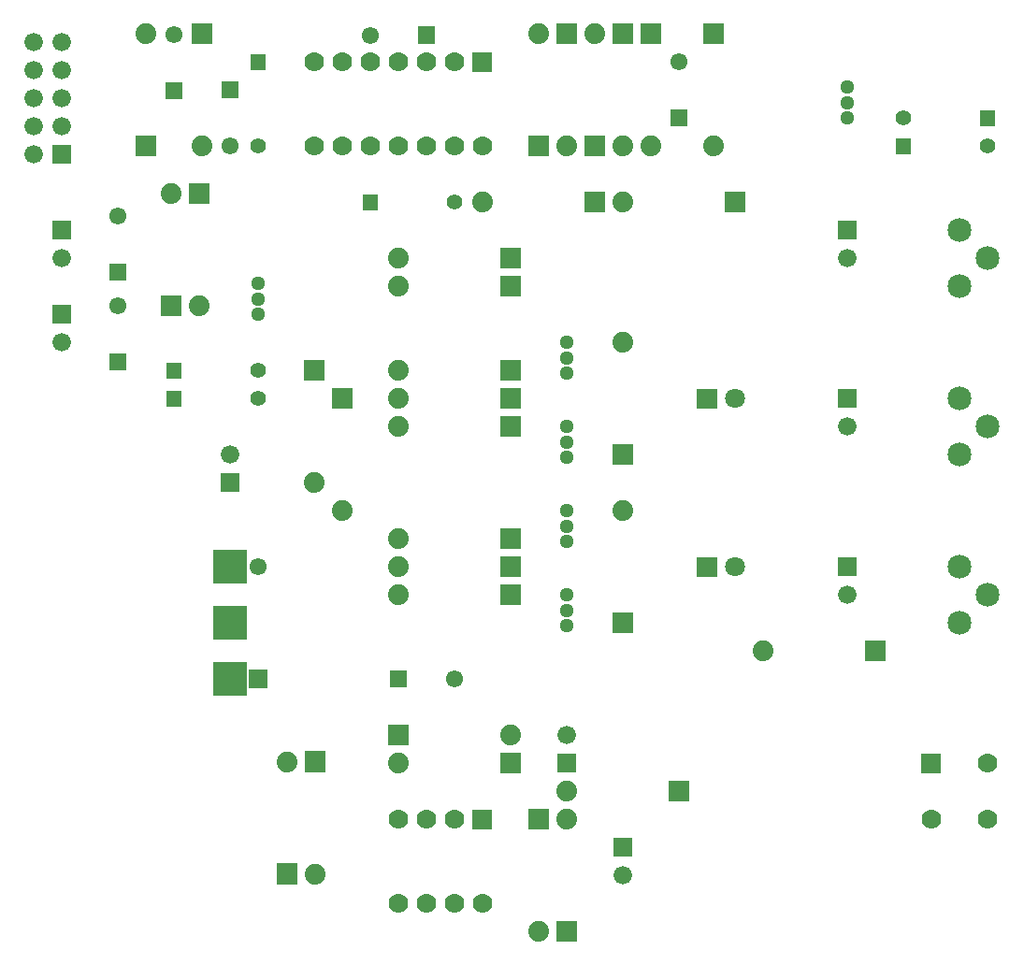
<source format=gbr>
G04 start of page 7 for group -4062 idx -4062 *
G04 Title: (unknown), soldermask *
G04 Creator: pcb 20110918 *
G04 CreationDate: Wed 26 Feb 2014 06:05:46 GMT UTC *
G04 For: ksarkies *
G04 Format: Gerber/RS-274X *
G04 PCB-Dimensions: 390000 390000 *
G04 PCB-Coordinate-Origin: lower left *
%MOIN*%
%FSLAX25Y25*%
%LNBOTTOMMASK*%
%ADD90C,0.0560*%
%ADD89C,0.0710*%
%ADD88C,0.0510*%
%ADD87C,0.0700*%
%ADD86C,0.0610*%
%ADD85C,0.0850*%
%ADD84C,0.0660*%
%ADD83C,0.0740*%
%ADD82C,0.0001*%
G54D82*G36*
X326300Y133700D02*Y126300D01*
X333700D01*
Y133700D01*
X326300D01*
G37*
G54D83*X290000Y130000D03*
G54D82*G36*
X236300Y143700D02*Y136300D01*
X243700D01*
Y143700D01*
X236300D01*
G37*
G36*
X316700Y163300D02*Y156700D01*
X323300D01*
Y163300D01*
X316700D01*
G37*
G54D84*X320000Y150000D03*
G54D85*X360000Y160000D03*
X370000Y150000D03*
X360000Y140000D03*
G54D83*X160000Y170000D03*
Y150000D03*
Y90000D03*
G54D82*G36*
X156300Y103700D02*Y96300D01*
X163700D01*
Y103700D01*
X156300D01*
G37*
G36*
X156950Y123050D02*Y116950D01*
X163050D01*
Y123050D01*
X156950D01*
G37*
G36*
X196300Y153700D02*Y146300D01*
X203700D01*
Y153700D01*
X196300D01*
G37*
G54D86*X180000Y120000D03*
G54D82*G36*
X196300Y93700D02*Y86300D01*
X203700D01*
Y93700D01*
X196300D01*
G37*
G36*
X186500Y73500D02*Y66500D01*
X193500D01*
Y73500D01*
X186500D01*
G37*
G54D83*X200000Y100000D03*
G54D87*X160000Y70000D03*
G54D82*G36*
X126590Y94270D02*Y86870D01*
X133990D01*
Y94270D01*
X126590D01*
G37*
G54D83*X120290Y90570D03*
G54D87*X160000Y40000D03*
G54D83*X130290Y50570D03*
G54D82*G36*
X116590Y54270D02*Y46870D01*
X123990D01*
Y54270D01*
X116590D01*
G37*
G54D83*X210000Y30000D03*
G54D87*X180000Y70000D03*
X170000D03*
Y40000D03*
X180000D03*
X190000D03*
G54D82*G36*
X216300Y33700D02*Y26300D01*
X223700D01*
Y33700D01*
X216300D01*
G37*
G54D83*X220000Y70000D03*
G54D82*G36*
X236700Y63300D02*Y56700D01*
X243300D01*
Y63300D01*
X236700D01*
G37*
G36*
X256300Y83700D02*Y76300D01*
X263700D01*
Y83700D01*
X256300D01*
G37*
G54D84*X240000Y50000D03*
G54D82*G36*
X206300Y73700D02*Y66300D01*
X213700D01*
Y73700D01*
X206300D01*
G37*
G36*
X216700Y93300D02*Y86700D01*
X223300D01*
Y93300D01*
X216700D01*
G37*
G54D84*X220000Y100000D03*
G54D83*Y80000D03*
G54D82*G36*
X346500Y93500D02*Y86500D01*
X353500D01*
Y93500D01*
X346500D01*
G37*
G54D87*X350000Y70000D03*
X370000Y90000D03*
Y70000D03*
G54D88*X220000Y169000D03*
G54D82*G36*
X196300Y163700D02*Y156300D01*
X203700D01*
Y163700D01*
X196300D01*
G37*
G54D83*X160000Y160000D03*
G54D82*G36*
X266450Y163550D02*Y156450D01*
X273550D01*
Y163550D01*
X266450D01*
G37*
G54D89*X280000Y160000D03*
G54D82*G36*
X196300Y173700D02*Y166300D01*
X203700D01*
Y173700D01*
X196300D01*
G37*
G54D88*X220000Y150000D03*
Y144500D03*
Y139000D03*
G54D82*G36*
X106700Y123300D02*Y116700D01*
X113300D01*
Y123300D01*
X106700D01*
G37*
G36*
X93950Y146050D02*Y133950D01*
X106050D01*
Y146050D01*
X93950D01*
G37*
G36*
Y126050D02*Y113950D01*
X106050D01*
Y126050D01*
X93950D01*
G37*
G54D86*X110000Y160000D03*
G54D82*G36*
X93950Y166050D02*Y153950D01*
X106050D01*
Y166050D01*
X93950D01*
G37*
G36*
X196300Y263700D02*Y256300D01*
X203700D01*
Y263700D01*
X196300D01*
G37*
G54D83*X160000Y260000D03*
G54D82*G36*
X196300Y273700D02*Y266300D01*
X203700D01*
Y273700D01*
X196300D01*
G37*
G54D83*X160000Y270000D03*
G54D82*G36*
X206300Y313700D02*Y306300D01*
X213700D01*
Y313700D01*
X206300D01*
G37*
G54D83*X190000Y290000D03*
X220000Y310000D03*
G54D87*X170000D03*
X180000D03*
X190000D03*
G54D88*X220000Y180000D03*
Y210000D03*
Y204500D03*
Y199000D03*
G54D82*G36*
X236300Y203700D02*Y196300D01*
X243700D01*
Y203700D01*
X236300D01*
G37*
G54D83*X240000Y240000D03*
G54D88*X220000Y174500D03*
Y240000D03*
Y234500D03*
Y229000D03*
G54D82*G36*
X196300Y223700D02*Y216300D01*
X203700D01*
Y223700D01*
X196300D01*
G37*
G54D83*X160000Y220000D03*
G54D82*G36*
X196300Y213700D02*Y206300D01*
X203700D01*
Y213700D01*
X196300D01*
G37*
G54D83*X160000Y210000D03*
G54D82*G36*
X196300Y233700D02*Y226300D01*
X203700D01*
Y233700D01*
X196300D01*
G37*
G54D83*X160000Y230000D03*
X240000Y180000D03*
G54D82*G36*
X136300Y223700D02*Y216300D01*
X143700D01*
Y223700D01*
X136300D01*
G37*
G54D83*X140000Y180000D03*
G54D82*G36*
X126300Y233700D02*Y226300D01*
X133700D01*
Y233700D01*
X126300D01*
G37*
G54D83*X130000Y190000D03*
G54D88*X320000Y325500D03*
Y331000D03*
G54D82*G36*
X96950Y333050D02*Y326950D01*
X103050D01*
Y333050D01*
X96950D01*
G37*
G54D90*X110000Y310000D03*
G54D87*X130000D03*
G54D82*G36*
X147200Y292800D02*Y287200D01*
X152800D01*
Y292800D01*
X147200D01*
G37*
G54D90*X180000Y290000D03*
G54D87*X140000Y310000D03*
X150000D03*
X160000D03*
G54D83*X240000D03*
G54D82*G36*
X256950Y323050D02*Y316950D01*
X263050D01*
Y323050D01*
X256950D01*
G37*
G36*
X75300Y256700D02*Y249300D01*
X82700D01*
Y256700D01*
X75300D01*
G37*
G36*
X56950Y236050D02*Y229950D01*
X63050D01*
Y236050D01*
X56950D01*
G37*
G54D86*X60000Y253000D03*
G54D88*X110000Y250000D03*
Y255500D03*
G54D83*X89000Y253000D03*
G54D88*X110000Y261000D03*
G54D82*G36*
X77200Y222800D02*Y217200D01*
X82800D01*
Y222800D01*
X77200D01*
G37*
G36*
Y232800D02*Y227200D01*
X82800D01*
Y232800D01*
X77200D01*
G37*
G54D90*X110000Y220000D03*
Y230000D03*
G54D82*G36*
X96700Y193300D02*Y186700D01*
X103300D01*
Y193300D01*
X96700D01*
G37*
G54D84*X100000Y200000D03*
G54D83*X79000Y293000D03*
G54D86*X60000Y285000D03*
G54D82*G36*
X85300Y296700D02*Y289300D01*
X92700D01*
Y296700D01*
X85300D01*
G37*
G36*
X36700Y253300D02*Y246700D01*
X43300D01*
Y253300D01*
X36700D01*
G37*
G54D84*X40000Y240000D03*
G54D82*G36*
X36700Y283300D02*Y276700D01*
X43300D01*
Y283300D01*
X36700D01*
G37*
G54D84*X40000Y270000D03*
G54D82*G36*
X56950Y268050D02*Y261950D01*
X63050D01*
Y268050D01*
X56950D01*
G37*
G36*
X36700Y310300D02*Y303700D01*
X43300D01*
Y310300D01*
X36700D01*
G37*
G54D84*X40000Y317000D03*
Y327000D03*
G54D82*G36*
X86300Y353700D02*Y346300D01*
X93700D01*
Y353700D01*
X86300D01*
G37*
G54D86*X80000Y349800D03*
G54D82*G36*
X166950Y352650D02*Y346550D01*
X173050D01*
Y352650D01*
X166950D01*
G37*
G54D86*X150000Y349600D03*
G54D83*X70000Y350000D03*
G54D84*X40000Y347000D03*
X30000D03*
G54D82*G36*
X107200Y342800D02*Y337200D01*
X112800D01*
Y342800D01*
X107200D01*
G37*
G54D87*X150000Y340000D03*
X140000D03*
X130000D03*
G54D82*G36*
X76950Y332850D02*Y326750D01*
X83050D01*
Y332850D01*
X76950D01*
G37*
G54D84*X40000Y337000D03*
X30000D03*
G54D82*G36*
X66300Y313700D02*Y306300D01*
X73700D01*
Y313700D01*
X66300D01*
G37*
G36*
X186500Y343500D02*Y336500D01*
X193500D01*
Y343500D01*
X186500D01*
G37*
G54D87*X180000Y340000D03*
X170000D03*
X160000D03*
G54D84*X30000Y307000D03*
Y317000D03*
Y327000D03*
G54D86*X100000Y310000D03*
G54D83*X90000D03*
G54D82*G36*
X226300Y313700D02*Y306300D01*
X233700D01*
Y313700D01*
X226300D01*
G37*
G54D83*X250000Y310000D03*
G54D82*G36*
X268750Y353900D02*Y346500D01*
X276150D01*
Y353900D01*
X268750D01*
G37*
G54D83*X210000Y350000D03*
G54D82*G36*
X216300Y353700D02*Y346300D01*
X223700D01*
Y353700D01*
X216300D01*
G37*
G54D83*X230000Y350000D03*
G54D82*G36*
X246300Y353700D02*Y346300D01*
X253700D01*
Y353700D01*
X246300D01*
G37*
G36*
X236300D02*Y346300D01*
X243700D01*
Y353700D01*
X236300D01*
G37*
G54D86*X260000Y340000D03*
G54D82*G36*
X337200Y312800D02*Y307200D01*
X342800D01*
Y312800D01*
X337200D01*
G37*
G54D90*X340000Y320000D03*
X370000Y310000D03*
G54D82*G36*
X367200Y322800D02*Y317200D01*
X372800D01*
Y322800D01*
X367200D01*
G37*
G54D88*X320000Y320000D03*
G54D82*G36*
X226300Y293700D02*Y286300D01*
X233700D01*
Y293700D01*
X226300D01*
G37*
G36*
X276300D02*Y286300D01*
X283700D01*
Y293700D01*
X276300D01*
G37*
G54D83*X240000Y290000D03*
X272450Y310200D03*
G54D82*G36*
X316700Y283300D02*Y276700D01*
X323300D01*
Y283300D01*
X316700D01*
G37*
G54D84*X320000Y270000D03*
G54D85*X360000Y280000D03*
Y260000D03*
X370000Y270000D03*
G54D82*G36*
X266450Y223550D02*Y216450D01*
X273550D01*
Y223550D01*
X266450D01*
G37*
G54D89*X280000Y220000D03*
G54D82*G36*
X316700Y223300D02*Y216700D01*
X323300D01*
Y223300D01*
X316700D01*
G37*
G54D84*X320000Y210000D03*
G54D85*X360000Y220000D03*
X370000Y210000D03*
X360000Y200000D03*
M02*

</source>
